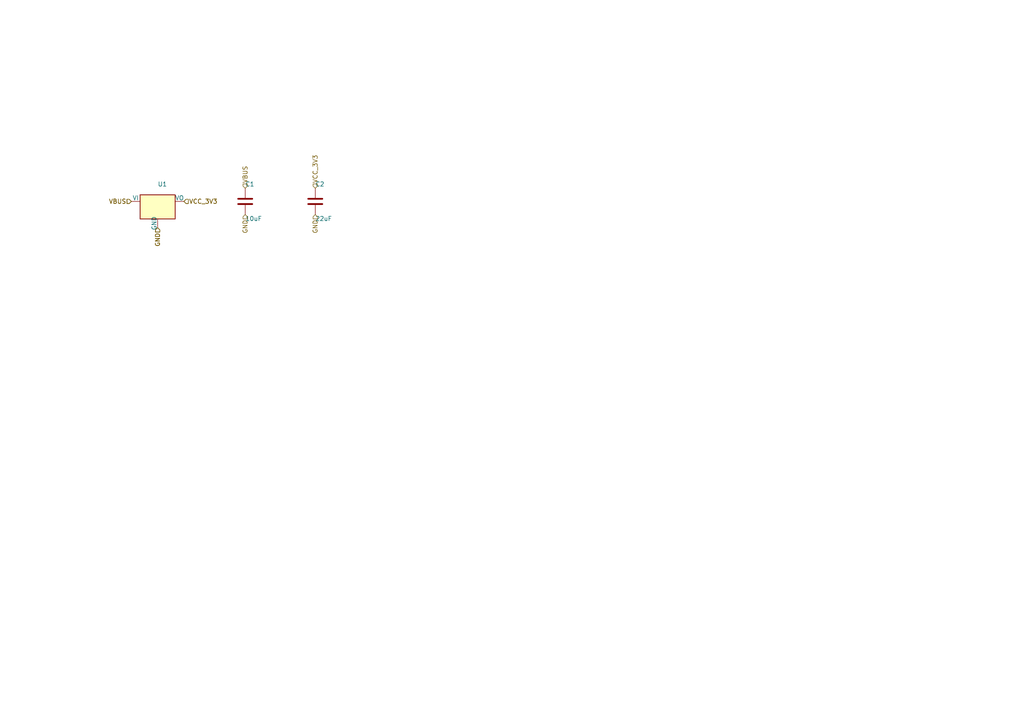
<source format=kicad_sch>
(kicad_sch (version 20250114) (generator "circuit_synth") (generator_version "9.0")
  (paper "A4")
  (lib_symbols
    (symbol "Device:C" (pin_numbers hide) (pin_names (offset 0))
      (property "Reference" "C" (at 0 0 0))
      (property "Value" "C" (at 0 0 0))
      (symbol "C_0_1"
        (polyline (pts (xy -2.032 0.762) (xy 2.032 0.762)) (stroke (width 0.508)))
        (polyline (pts (xy -2.032 -0.762) (xy 2.032 -0.762)) (stroke (width 0.508)))
      )
      (symbol "C_1_1"
        (pin passive line (at 0 3.81 270) (length 2.794) (name "~") (number "1"))
        (pin passive line (at 0 -3.81 90) (length 2.794) (name "~") (number "2"))
      )
    )
    (symbol "Regulator_Linear:AMS1117-3.3" (pin_numbers hide) (pin_names (offset 0))
      (property "Reference" "U" (at 0 0 0))
      (property "Value" "AMS1117-3.3" (at 0 0 0))
      (symbol "AMS1117-3.3_0_1"
        (rectangle (start -5.08 -5.08) (end 5.08 1.905) (stroke (width 0.254)) (fill (type background)))
      )
      (symbol "AMS1117-3.3_1_1"
        (pin power_in line (at -7.62 0 0) (length 2.54) (name "VI") (number "3"))
        (pin power_in line (at 0 -7.62 90) (length 2.54) (name "GND") (number "1"))
        (pin power_out line (at 7.62 0 180) (length 2.54) (name "VO") (number "2"))
      )
    )
  )
  (symbol (lib_id "Regulator_Linear:AMS1117-3.3") (at 45.72 58.42 0) (unit 1)
    (property "Reference" "U1" (at 45.72 53.42 0) (effects (justify left)))
    (property "Footprint" "Package_TO_SOT_SMD:SOT-223-3_TabPin2" (effects (hide yes)))
  )
  (symbol (lib_id "Device:C") (at 71.12 58.42 0) (unit 1)
    (property "Reference" "C1" (at 71.12 53.42 0) (effects (justify left)))
    (property "Value" "10uF" (at 71.12 63.42 0) (effects (justify left)))
    (property "Footprint" "Capacitor_SMD:C_0805_2012Metric" (effects (hide yes)))
  )
  (symbol (lib_id "Device:C") (at 91.44 58.42 0) (unit 1)
    (property "Reference" "C2" (at 91.44 53.42 0) (effects (justify left)))
    (property "Value" "22uF" (at 91.44 63.42 0) (effects (justify left)))
    (property "Footprint" "Capacitor_SMD:C_0805_2012Metric" (effects (hide yes)))
  )
  (hierarchical_label "VBUS" (shape input) (at 38.1 58.42 180))
  (hierarchical_label "VBUS" (shape input) (at 38.1 58.42 180))
  (hierarchical_label "VBUS" (shape input) (at 71.12 54.61 90))
  (hierarchical_label "GND" (shape input) (at 45.72 66.04 270))
  (hierarchical_label "GND" (shape input) (at 45.72 66.04 270))
  (hierarchical_label "GND" (shape input) (at 71.12 62.23 270))
  (hierarchical_label "GND" (shape input) (at 91.44 62.23 270))
  (hierarchical_label "VCC_3V3" (shape input) (at 53.34 58.42 0))
  (hierarchical_label "VCC_3V3" (shape input) (at 53.34 58.42 0))
  (hierarchical_label "VCC_3V3" (shape input) (at 91.44 54.61 90))
)
</source>
